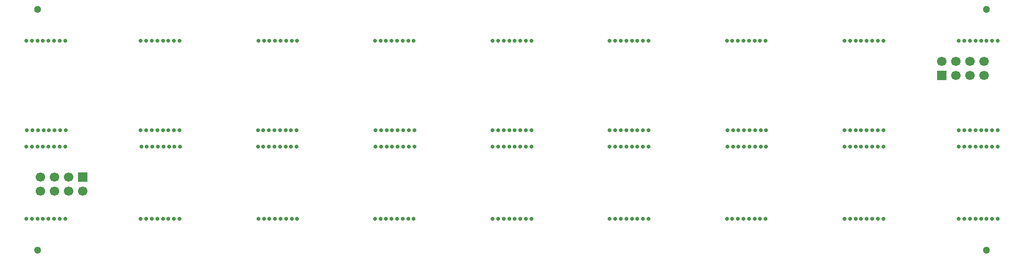
<source format=gbr>
%TF.GenerationSoftware,KiCad,Pcbnew,9.0.5*%
%TF.CreationDate,2025-10-08T16:00:37+11:00*%
%TF.ProjectId,scale-infrared-digitiser,7363616c-652d-4696-9e66-72617265642d,rev?*%
%TF.SameCoordinates,Original*%
%TF.FileFunction,Soldermask,Bot*%
%TF.FilePolarity,Negative*%
%FSLAX46Y46*%
G04 Gerber Fmt 4.6, Leading zero omitted, Abs format (unit mm)*
G04 Created by KiCad (PCBNEW 9.0.5) date 2025-10-08 16:00:37*
%MOMM*%
%LPD*%
G01*
G04 APERTURE LIST*
%ADD10C,0.700000*%
%ADD11R,1.700000X1.700000*%
%ADD12C,1.700000*%
%ADD13C,1.300000*%
G04 APERTURE END LIST*
D10*
%TO.C,REF\u002A\u002A*%
X234000000Y-92400000D03*
X235000000Y-92400000D03*
%TD*%
%TO.C,REF\u002A\u002A*%
X171100000Y-92400000D03*
X172100000Y-92400000D03*
%TD*%
%TO.C,REF\u002A\u002A*%
X150000000Y-111500000D03*
X151000000Y-111500000D03*
%TD*%
%TO.C,REF\u002A\u002A*%
X192300000Y-111500000D03*
X193300000Y-111500000D03*
%TD*%
%TO.C,REF\u002A\u002A*%
X153000000Y-108600000D03*
X152000000Y-108600000D03*
%TD*%
%TO.C,REF\u002A\u002A*%
X218400000Y-124600000D03*
X217400000Y-124600000D03*
%TD*%
%TO.C,REF\u002A\u002A*%
X171100000Y-108600000D03*
X172100000Y-108600000D03*
%TD*%
%TO.C,REF\u002A\u002A*%
X193200000Y-92400000D03*
X192200000Y-92400000D03*
%TD*%
%TO.C,REF\u002A\u002A*%
X153000000Y-111500000D03*
X152000000Y-111500000D03*
%TD*%
%TO.C,REF\u002A\u002A*%
X128800000Y-92400000D03*
X129800000Y-92400000D03*
%TD*%
%TO.C,REF\u002A\u002A*%
X112700000Y-108600000D03*
X111700000Y-108600000D03*
%TD*%
%TO.C,REF\u002A\u002A*%
X234000000Y-108600000D03*
X235000000Y-108600000D03*
%TD*%
%TO.C,REF\u002A\u002A*%
X197300000Y-111500000D03*
X196300000Y-111500000D03*
%TD*%
%TO.C,REF\u002A\u002A*%
X213400000Y-124600000D03*
X214400000Y-124600000D03*
%TD*%
%TO.C,REF\u002A\u002A*%
X177100000Y-111500000D03*
X178100000Y-111500000D03*
%TD*%
%TO.C,REF\u002A\u002A*%
X219400000Y-111500000D03*
X220400000Y-111500000D03*
%TD*%
%TO.C,REF\u002A\u002A*%
X131900000Y-111500000D03*
X130900000Y-111500000D03*
%TD*%
%TO.C,REF\u002A\u002A*%
X133900000Y-111500000D03*
X132900000Y-111500000D03*
%TD*%
%TO.C,REF\u002A\u002A*%
X72000000Y-111500000D03*
X73000000Y-111500000D03*
%TD*%
%TO.C,REF\u002A\u002A*%
X153000000Y-92400000D03*
X152000000Y-92400000D03*
%TD*%
D11*
%TO.C,J1*%
X230970000Y-98685000D03*
D12*
X230970000Y-96145000D03*
X233510000Y-98685000D03*
X233510000Y-96145000D03*
X236050000Y-98685000D03*
X236050000Y-96145000D03*
X238590000Y-98685000D03*
X238590000Y-96145000D03*
%TD*%
D10*
%TO.C,REF\u002A\u002A*%
X134800000Y-124600000D03*
X135800000Y-124600000D03*
%TD*%
%TO.C,REF\u002A\u002A*%
X71000000Y-111500000D03*
X70000000Y-111500000D03*
%TD*%
%TO.C,REF\u002A\u002A*%
X150000000Y-124600000D03*
X151000000Y-124600000D03*
%TD*%
%TO.C,REF\u002A\u002A*%
X239000000Y-124600000D03*
X238000000Y-124600000D03*
%TD*%
%TO.C,REF\u002A\u002A*%
X91600000Y-124600000D03*
X90600000Y-124600000D03*
%TD*%
%TO.C,REF\u002A\u002A*%
X174100000Y-111500000D03*
X173100000Y-111500000D03*
%TD*%
%TO.C,REF\u002A\u002A*%
X72100000Y-108600000D03*
X73100000Y-108600000D03*
%TD*%
%TO.C,REF\u002A\u002A*%
X195300000Y-108600000D03*
X194300000Y-108600000D03*
%TD*%
%TO.C,REF\u002A\u002A*%
X86600000Y-108600000D03*
X87600000Y-108600000D03*
%TD*%
%TO.C,REF\u002A\u002A*%
X155000000Y-111500000D03*
X154000000Y-111500000D03*
%TD*%
%TO.C,REF\u002A\u002A*%
X216400000Y-124600000D03*
X215400000Y-124600000D03*
%TD*%
%TO.C,REF\u002A\u002A*%
X89600000Y-124600000D03*
X88600000Y-124600000D03*
%TD*%
%TO.C,REF\u002A\u002A*%
X216400000Y-108600000D03*
X215400000Y-108600000D03*
%TD*%
%TO.C,REF\u002A\u002A*%
X240000000Y-92400000D03*
X241000000Y-92400000D03*
%TD*%
%TO.C,REF\u002A\u002A*%
X86700000Y-111500000D03*
X87700000Y-111500000D03*
%TD*%
%TO.C,REF\u002A\u002A*%
X155000000Y-108600000D03*
X154000000Y-108600000D03*
%TD*%
%TO.C,REF\u002A\u002A*%
X219400000Y-108600000D03*
X220400000Y-108600000D03*
%TD*%
%TO.C,REF\u002A\u002A*%
X174100000Y-108600000D03*
X173100000Y-108600000D03*
%TD*%
%TO.C,REF\u002A\u002A*%
X240000000Y-111500000D03*
X241000000Y-111500000D03*
%TD*%
%TO.C,REF\u002A\u002A*%
X177100000Y-92400000D03*
X178100000Y-92400000D03*
%TD*%
%TO.C,REF\u002A\u002A*%
X113800000Y-92400000D03*
X114800000Y-92400000D03*
%TD*%
%TO.C,REF\u002A\u002A*%
X174100000Y-124600000D03*
X173100000Y-124600000D03*
%TD*%
%TO.C,REF\u002A\u002A*%
X150000000Y-108600000D03*
X151000000Y-108600000D03*
%TD*%
%TO.C,REF\u002A\u002A*%
X91600000Y-92400000D03*
X90600000Y-92400000D03*
%TD*%
%TO.C,REF\u002A\u002A*%
X192300000Y-108600000D03*
X193300000Y-108600000D03*
%TD*%
%TO.C,REF\u002A\u002A*%
X131800000Y-124600000D03*
X130800000Y-124600000D03*
%TD*%
%TO.C,REF\u002A\u002A*%
X134800000Y-92400000D03*
X135800000Y-92400000D03*
%TD*%
%TO.C,REF\u002A\u002A*%
X89600000Y-108600000D03*
X88600000Y-108600000D03*
%TD*%
%TO.C,REF\u002A\u002A*%
X198300000Y-111500000D03*
X199300000Y-111500000D03*
%TD*%
%TO.C,REF\u002A\u002A*%
X110700000Y-108600000D03*
X109700000Y-108600000D03*
%TD*%
%TO.C,REF\u002A\u002A*%
X176100000Y-108600000D03*
X175100000Y-108600000D03*
%TD*%
%TO.C,REF\u002A\u002A*%
X110800000Y-92400000D03*
X109800000Y-92400000D03*
%TD*%
%TO.C,REF\u002A\u002A*%
X156000000Y-124600000D03*
X157000000Y-124600000D03*
%TD*%
%TO.C,REF\u002A\u002A*%
X193200000Y-124600000D03*
X192200000Y-124600000D03*
%TD*%
%TO.C,REF\u002A\u002A*%
X128900000Y-108600000D03*
X129900000Y-108600000D03*
%TD*%
%TO.C,REF\u002A\u002A*%
X133800000Y-92400000D03*
X132800000Y-92400000D03*
%TD*%
%TO.C,REF\u002A\u002A*%
X71100000Y-108600000D03*
X70100000Y-108600000D03*
%TD*%
%TO.C,REF\u002A\u002A*%
X107700000Y-108600000D03*
X108700000Y-108600000D03*
%TD*%
%TO.C,REF\u002A\u002A*%
X89600000Y-92400000D03*
X88600000Y-92400000D03*
%TD*%
%TO.C,REF\u002A\u002A*%
X66100000Y-108600000D03*
X67100000Y-108600000D03*
%TD*%
%TO.C,REF\u002A\u002A*%
X131900000Y-108600000D03*
X130900000Y-108600000D03*
%TD*%
%TO.C,REF\u002A\u002A*%
X71000000Y-124600000D03*
X70000000Y-124600000D03*
%TD*%
%TO.C,REF\u002A\u002A*%
X176100000Y-111500000D03*
X175100000Y-111500000D03*
%TD*%
%TO.C,REF\u002A\u002A*%
X237000000Y-92400000D03*
X236000000Y-92400000D03*
%TD*%
%TO.C,REF\u002A\u002A*%
X66000000Y-124600000D03*
X67000000Y-124600000D03*
%TD*%
%TO.C,REF\u002A\u002A*%
X107800000Y-124600000D03*
X108800000Y-124600000D03*
%TD*%
%TO.C,REF\u002A\u002A*%
X156000000Y-111500000D03*
X157000000Y-111500000D03*
%TD*%
%TO.C,REF\u002A\u002A*%
X112800000Y-92400000D03*
X111800000Y-92400000D03*
%TD*%
D13*
%TO.C,REF\u002A\u002A*%
X239000000Y-86750000D03*
%TD*%
D10*
%TO.C,REF\u002A\u002A*%
X196200000Y-92400000D03*
X197200000Y-92400000D03*
%TD*%
%TO.C,REF\u002A\u002A*%
X213400000Y-108600000D03*
X214400000Y-108600000D03*
%TD*%
%TO.C,REF\u002A\u002A*%
X216400000Y-111500000D03*
X215400000Y-111500000D03*
%TD*%
%TO.C,REF\u002A\u002A*%
X176100000Y-124600000D03*
X175100000Y-124600000D03*
%TD*%
%TO.C,REF\u002A\u002A*%
X133900000Y-108600000D03*
X132900000Y-108600000D03*
%TD*%
%TO.C,REF\u002A\u002A*%
X66000000Y-92400000D03*
X67000000Y-92400000D03*
%TD*%
%TO.C,REF\u002A\u002A*%
X198300000Y-108600000D03*
X199300000Y-108600000D03*
%TD*%
%TO.C,REF\u002A\u002A*%
X240000000Y-108600000D03*
X241000000Y-108600000D03*
%TD*%
%TO.C,REF\u002A\u002A*%
X199200000Y-92400000D03*
X198200000Y-92400000D03*
%TD*%
%TO.C,REF\u002A\u002A*%
X113700000Y-111500000D03*
X114700000Y-111500000D03*
%TD*%
%TO.C,REF\u002A\u002A*%
X155000000Y-124600000D03*
X154000000Y-124600000D03*
%TD*%
%TO.C,REF\u002A\u002A*%
X86600000Y-92400000D03*
X87600000Y-92400000D03*
%TD*%
%TO.C,REF\u002A\u002A*%
X234000000Y-124600000D03*
X235000000Y-124600000D03*
%TD*%
%TO.C,REF\u002A\u002A*%
X218400000Y-92400000D03*
X217400000Y-92400000D03*
%TD*%
%TO.C,REF\u002A\u002A*%
X239000000Y-92400000D03*
X238000000Y-92400000D03*
%TD*%
%TO.C,REF\u002A\u002A*%
X86600000Y-124600000D03*
X87600000Y-124600000D03*
%TD*%
%TO.C,REF\u002A\u002A*%
X131800000Y-92400000D03*
X130800000Y-92400000D03*
%TD*%
%TO.C,REF\u002A\u002A*%
X177100000Y-124600000D03*
X178100000Y-124600000D03*
%TD*%
%TO.C,REF\u002A\u002A*%
X195300000Y-111500000D03*
X194300000Y-111500000D03*
%TD*%
D13*
%TO.C,REF\u002A\u002A*%
X239000000Y-130250000D03*
%TD*%
D10*
%TO.C,REF\u002A\u002A*%
X110800000Y-124600000D03*
X109800000Y-124600000D03*
%TD*%
%TO.C,REF\u002A\u002A*%
X72000000Y-92400000D03*
X73000000Y-92400000D03*
%TD*%
%TO.C,REF\u002A\u002A*%
X92600000Y-108600000D03*
X93600000Y-108600000D03*
%TD*%
%TO.C,REF\u002A\u002A*%
X128900000Y-111500000D03*
X129900000Y-111500000D03*
%TD*%
%TO.C,REF\u002A\u002A*%
X218400000Y-108600000D03*
X217400000Y-108600000D03*
%TD*%
D13*
%TO.C,REF\u002A\u002A*%
X68000000Y-130250000D03*
%TD*%
D10*
%TO.C,REF\u002A\u002A*%
X92700000Y-111500000D03*
X93700000Y-111500000D03*
%TD*%
%TO.C,REF\u002A\u002A*%
X219400000Y-92400000D03*
X220400000Y-92400000D03*
%TD*%
%TO.C,REF\u002A\u002A*%
X196200000Y-124600000D03*
X197200000Y-124600000D03*
%TD*%
%TO.C,REF\u002A\u002A*%
X91600000Y-108600000D03*
X90600000Y-108600000D03*
%TD*%
%TO.C,REF\u002A\u002A*%
X92600000Y-92400000D03*
X93600000Y-92400000D03*
%TD*%
%TO.C,REF\u002A\u002A*%
X213400000Y-92400000D03*
X214400000Y-92400000D03*
%TD*%
%TO.C,REF\u002A\u002A*%
X133800000Y-124600000D03*
X132800000Y-124600000D03*
%TD*%
%TO.C,REF\u002A\u002A*%
X177100000Y-108600000D03*
X178100000Y-108600000D03*
%TD*%
%TO.C,REF\u002A\u002A*%
X128800000Y-124600000D03*
X129800000Y-124600000D03*
%TD*%
%TO.C,REF\u002A\u002A*%
X134900000Y-108600000D03*
X135900000Y-108600000D03*
%TD*%
%TO.C,REF\u002A\u002A*%
X156000000Y-92400000D03*
X157000000Y-92400000D03*
%TD*%
%TO.C,REF\u002A\u002A*%
X113700000Y-108600000D03*
X114700000Y-108600000D03*
%TD*%
%TO.C,REF\u002A\u002A*%
X199200000Y-124600000D03*
X198200000Y-124600000D03*
%TD*%
%TO.C,REF\u002A\u002A*%
X66000000Y-111500000D03*
X67000000Y-111500000D03*
%TD*%
%TO.C,REF\u002A\u002A*%
X171100000Y-124600000D03*
X172100000Y-124600000D03*
%TD*%
%TO.C,REF\u002A\u002A*%
X239000000Y-111500000D03*
X238000000Y-111500000D03*
%TD*%
%TO.C,REF\u002A\u002A*%
X237000000Y-124600000D03*
X236000000Y-124600000D03*
%TD*%
%TO.C,REF\u002A\u002A*%
X218400000Y-111500000D03*
X217400000Y-111500000D03*
%TD*%
%TO.C,REF\u002A\u002A*%
X134900000Y-111500000D03*
X135900000Y-111500000D03*
%TD*%
D13*
%TO.C,REF\u002A\u002A*%
X68000000Y-86750000D03*
%TD*%
D10*
%TO.C,REF\u002A\u002A*%
X91700000Y-111500000D03*
X90700000Y-111500000D03*
%TD*%
%TO.C,REF\u002A\u002A*%
X219400000Y-124600000D03*
X220400000Y-124600000D03*
%TD*%
%TO.C,REF\u002A\u002A*%
X112800000Y-124600000D03*
X111800000Y-124600000D03*
%TD*%
%TO.C,REF\u002A\u002A*%
X69000000Y-111500000D03*
X68000000Y-111500000D03*
%TD*%
%TO.C,REF\u002A\u002A*%
X112700000Y-111500000D03*
X111700000Y-111500000D03*
%TD*%
%TO.C,REF\u002A\u002A*%
X176100000Y-92400000D03*
X175100000Y-92400000D03*
%TD*%
%TO.C,REF\u002A\u002A*%
X69000000Y-124600000D03*
X68000000Y-124600000D03*
%TD*%
%TO.C,REF\u002A\u002A*%
X237000000Y-111500000D03*
X236000000Y-111500000D03*
%TD*%
%TO.C,REF\u002A\u002A*%
X213400000Y-111500000D03*
X214400000Y-111500000D03*
%TD*%
%TO.C,REF\u002A\u002A*%
X113800000Y-124600000D03*
X114800000Y-124600000D03*
%TD*%
%TO.C,REF\u002A\u002A*%
X150000000Y-92400000D03*
X151000000Y-92400000D03*
%TD*%
%TO.C,REF\u002A\u002A*%
X194200000Y-124600000D03*
X195200000Y-124600000D03*
%TD*%
%TO.C,REF\u002A\u002A*%
X171100000Y-111500000D03*
X172100000Y-111500000D03*
%TD*%
%TO.C,REF\u002A\u002A*%
X197300000Y-108600000D03*
X196300000Y-108600000D03*
%TD*%
%TO.C,REF\u002A\u002A*%
X216400000Y-92400000D03*
X215400000Y-92400000D03*
%TD*%
%TO.C,REF\u002A\u002A*%
X107700000Y-111500000D03*
X108700000Y-111500000D03*
%TD*%
%TO.C,REF\u002A\u002A*%
X240000000Y-124600000D03*
X241000000Y-124600000D03*
%TD*%
%TO.C,REF\u002A\u002A*%
X234000000Y-111500000D03*
X235000000Y-111500000D03*
%TD*%
%TO.C,REF\u002A\u002A*%
X174100000Y-92400000D03*
X173100000Y-92400000D03*
%TD*%
%TO.C,REF\u002A\u002A*%
X69100000Y-108600000D03*
X68100000Y-108600000D03*
%TD*%
%TO.C,REF\u002A\u002A*%
X155000000Y-92400000D03*
X154000000Y-92400000D03*
%TD*%
%TO.C,REF\u002A\u002A*%
X72000000Y-124600000D03*
X73000000Y-124600000D03*
%TD*%
%TO.C,REF\u002A\u002A*%
X71000000Y-92400000D03*
X70000000Y-92400000D03*
%TD*%
%TO.C,REF\u002A\u002A*%
X237000000Y-108600000D03*
X236000000Y-108600000D03*
%TD*%
%TO.C,REF\u002A\u002A*%
X69000000Y-92400000D03*
X68000000Y-92400000D03*
%TD*%
%TO.C,REF\u002A\u002A*%
X239000000Y-108600000D03*
X238000000Y-108600000D03*
%TD*%
%TO.C,REF\u002A\u002A*%
X110700000Y-111500000D03*
X109700000Y-111500000D03*
%TD*%
%TO.C,REF\u002A\u002A*%
X107800000Y-92400000D03*
X108800000Y-92400000D03*
%TD*%
%TO.C,REF\u002A\u002A*%
X89700000Y-111500000D03*
X88700000Y-111500000D03*
%TD*%
%TO.C,REF\u002A\u002A*%
X153000000Y-124600000D03*
X152000000Y-124600000D03*
%TD*%
D11*
%TO.C,J0*%
X76120000Y-117060000D03*
D12*
X76120000Y-119600000D03*
X73580000Y-117060000D03*
X73580000Y-119600000D03*
X71040000Y-117060000D03*
X71040000Y-119600000D03*
X68500000Y-117060000D03*
X68500000Y-119600000D03*
%TD*%
D10*
%TO.C,REF\u002A\u002A*%
X156000000Y-108600000D03*
X157000000Y-108600000D03*
%TD*%
%TO.C,REF\u002A\u002A*%
X194200000Y-92400000D03*
X195200000Y-92400000D03*
%TD*%
%TO.C,REF\u002A\u002A*%
X92600000Y-124600000D03*
X93600000Y-124600000D03*
%TD*%
M02*

</source>
